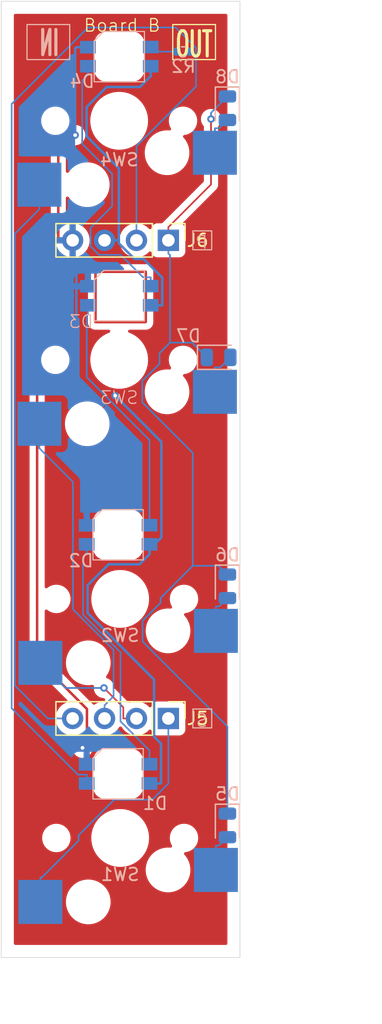
<source format=kicad_pcb>
(kicad_pcb (version 20240108) (generator "pcbnew") (generator_version "8.0")
  (layers (0 "F.Cu" signal) (31 "B.Cu" signal) (34 "B.Paste" user) (35 "F.Paste" user) (36 "B.SilkS" user "B.Silkscreen") (37 "F.SilkS" user "F.Silkscreen") (38 "B.Mask" user) (39 "F.Mask" user) (44 "Edge.Cuts" user))
  (net 0 "")
  (net 1 "Net-(D1-DOUT)")
  (net 2 "+5V")
  (net 3 "GND")
  (net 4 "Net-(D2-DOUT)")
  (net 5 "Net-(D3-DOUT)")
  (net 6 "/LED2")
  (net 7 "/SW1")
  (net 8 "/SW2")
  (net 9 "/SW3")
  (net 10 "/SW4")
  (net 11 "Net-(D5-A)")
  (net 13 "Net-(D6-A)")
  (net 14 "Net-(D7-A)")
  (net 15 "Net-(D8-A)")
  (net 16 "/COM2")
  (net 17 "Net-(D4-DOUT)")
  (footprint "Connector_PinHeader_2.54mm:PinHeader_1x04_P2.54mm_Vertical" (layer "F.Cu") (at 73.3 79 -90)
    (property "Reference" "J6" (at 0 -2.33 0) (layer "F.SilkS"))
    (property "Value" "Conn_Proxy2")
    (fp_line (start -1.33 8.95) (end 1.33 8.95) (stroke (width 0.12)) (layer "F.SilkS"))
    (fp_line (start -1.33 1.27) (end -1.33 8.95) (stroke (width 0.12)) (layer "F.SilkS"))
    (fp_line (start -1.33 1.27) (end 1.33 1.27) (stroke (width 0.12)) (layer "F.SilkS"))
    (fp_line (start 1.33 1.27) (end 1.33 8.95) (stroke (width 0.12)) (layer "F.SilkS"))
    (fp_line (start -1.33 0) (end -1.33 -1.33) (stroke (width 0.12)) (layer "F.SilkS"))
    (fp_line (start -1.33 -1.33) (end 0 -1.33) (stroke (width 0.12)) (layer "F.SilkS"))
    (pad "1" thru_hole rect (at 0 0 270) (size 1.7 1.7) (drill 1) (layers "*.Cu" "*.Mask") (net 16 "/COM2"))
    (pad "2" thru_hole oval (at 0 2.54 270) (size 1.7 1.7) (drill 1) (layers "*.Cu" "*.Mask") (net 6 "/LED2"))
    (pad "3" thru_hole oval (at 0 5.08 270) (size 1.7 1.7) (drill 1) (layers "*.Cu" "*.Mask") (net 2 "+5V"))
    (pad "4" thru_hole oval (at 0 7.62 270) (size 1.7 1.7) (drill 1) (layers "*.Cu" "*.Mask") (net 3 "GND"))
  )
  (footprint "Connector_PinHeader_2.54mm:PinHeader_1x04_P2.54mm_Vertical" (layer "F.Cu") (at 73.3 117 -90)
    (property "Reference" "J5" (at 0 -2.33 0) (layer "F.SilkS"))
    (property "Value" "Conn_Proxy1")
    (fp_line (start -1.33 8.95) (end 1.33 8.95) (stroke (width 0.12)) (layer "F.SilkS"))
    (fp_line (start -1.33 1.27) (end -1.33 8.95) (stroke (width 0.12)) (layer "F.SilkS"))
    (fp_line (start -1.33 1.27) (end 1.33 1.27) (stroke (width 0.12)) (layer "F.SilkS"))
    (fp_line (start 1.33 1.27) (end 1.33 8.95) (stroke (width 0.12)) (layer "F.SilkS"))
    (fp_line (start -1.33 0) (end -1.33 -1.33) (stroke (width 0.12)) (layer "F.SilkS"))
    (fp_line (start -1.33 -1.33) (end 0 -1.33) (stroke (width 0.12)) (layer "F.SilkS"))
    (pad "1" thru_hole rect (at 0 0 270) (size 1.7 1.7) (drill 1) (layers "*.Cu" "*.Mask") (net 7 "/SW1"))
    (pad "2" thru_hole oval (at 0 2.54 270) (size 1.7 1.7) (drill 1) (layers "*.Cu" "*.Mask") (net 8 "/SW2"))
    (pad "3" thru_hole oval (at 0 5.08 270) (size 1.7 1.7) (drill 1) (layers "*.Cu" "*.Mask") (net 9 "/SW3"))
    (pad "4" thru_hole oval (at 0 7.62 270) (size 1.7 1.7) (drill 1) (layers "*.Cu" "*.Mask") (net 10 "/SW4"))
  )
  (footprint "Library:SK6812MINIe (Reverse)" (layer "B.Cu") (at 69.396 64.4)
    (property "Reference" "D4" (at -2.948 1.962 0) (layer "B.SilkS") (effects (justify mirror)))
    (property "Value" "SK6812MINIe")
    (fp_line (start -2 -1.25) (end -2 2) (stroke (width 0.1)) (layer "B.SilkS"))
    (fp_line (start -2 2) (end 2 2) (stroke (width 0.1)) (layer "B.SilkS"))
    (fp_line (start -1.25 -2) (end -2 -1.25) (stroke (width 0.1)) (layer "B.SilkS"))
    (fp_line (start 2 -2) (end -1.25 -2) (stroke (width 0.1)) (layer "B.SilkS"))
    (fp_line (start 2 2) (end 2 -2) (stroke (width 0.1)) (layer "B.SilkS"))
    (pad "" np_thru_hole oval (at -1 0 270) (size 3.5 1.5) (drill oval 3.5 1.5) (layers "F&B.Cu" "*.Mask"))
    (pad "" np_thru_hole oval (at 0 -1 180) (size 3.5 1.5) (drill oval 3.5 1.5) (layers "F&B.Cu" "*.Mask"))
    (pad "" np_thru_hole oval (at 0 0 270) (size 3.5 1.5) (drill oval 3.5 1.5) (layers "F&B.Cu" "*.Mask"))
    (pad "" np_thru_hole oval (at 0 1 180) (size 3.5 1.5) (drill oval 3.5 1.5) (layers "F&B.Cu" "*.Mask"))
    (pad "" np_thru_hole oval (at 1 0 270) (size 3.5 1.5) (drill oval 3.5 1.5) (layers "F&B.Cu" "*.Mask"))
    (pad "1" smd rect (at 2.5 0.762) (size 1.25 1) (layers "B.Cu" "B.Paste" "B.Mask") (net 2 "+5V"))
    (pad "2" smd rect (at 2.5 -0.762) (size 1.25 1) (layers "B.Cu" "B.Paste" "B.Mask") (net 17 "Net-(D4-DOUT)"))
    (pad "3" smd rect (at -2.5 -0.75) (size 1.25 1) (layers "B.Cu" "B.Paste" "B.Mask") (net 3 "GND"))
    (pad "4" smd rect (at -2.5 0.762) (size 1.25 1) (layers "B.Cu" "B.Paste" "B.Mask") (net 5 "Net-(D3-DOUT)"))
  )
  (footprint "Diode_SMD:D_0805_2012Metric" (layer "B.Cu") (at 78 68.5 -90)
    (property "Reference" "D8" (at -2.5 0 0) (layer "B.SilkS") (effects (justify mirror)))
    (property "Value" "D")
    (fp_line (start -1.685 0.96) (end 1 0.96) (stroke (width 0.12)) (layer "B.SilkS"))
    (fp_line (start -1.685 -0.96) (end -1.685 0.96) (stroke (width 0.12)) (layer "B.SilkS"))
    (fp_line (start 1 -0.96) (end -1.685 -0.96) (stroke (width 0.12)) (layer "B.SilkS"))
    (pad "1" smd roundrect (at -0.9375 0 270) (size 0.975 1.4) (layers "B.Cu" "B.Paste" "B.Mask") (net 16 "/COM2"))
    (pad "2" smd roundrect (at 0.9375 0 270) (size 0.975 1.4) (layers "B.Cu" "B.Paste" "B.Mask") (net 15 "Net-(D8-A)"))
  )
  (footprint "Library:Keyswitch" (layer "B.Cu") (at 69.465 107.5)
    (property "Reference" "SW2" (at 0 2.9 0) (layer "B.SilkS") (effects (justify mirror)))
    (property "Value" "SW_Push")
    (pad "" np_thru_hole circle (at -5.08 0) (size 1.7526 1.7526) (drill 1.7526) (layers "F&B.Cu" "*.Mask"))
    (pad "" np_thru_hole circle (at -2.54 5.08) (size 3.05 3.05) (drill 3.05) (layers "F&B.Cu" "*.Mask"))
    (pad "" np_thru_hole circle (at 0 0) (size 4.0894 4.0894) (drill 4.0894) (layers "F&B.Cu" "*.Mask"))
    (pad "" np_thru_hole circle (at 3.81 2.54) (size 3.05 3.05) (drill 3.05) (layers "F&B.Cu" "*.Mask"))
    (pad "" np_thru_hole circle (at 5.08 0) (size 1.7526 1.7526) (drill 1.7526) (layers "F&B.Cu" "*.Mask"))
    (pad "1" smd rect (at -6.35 5.08) (size 3.5 3.5) (layers "B.Cu" "B.Paste" "B.Mask") (net 8 "/SW2"))
    (pad "2" smd rect (at 7.62 2.54) (size 3.5 3.5) (layers "B.Cu" "B.Paste" "B.Mask") (net 13 "Net-(D6-A)"))
  )
  (footprint "Library:SK6812MINIe (Reverse)" (layer "B.Cu") (at 69.396 83.4)
    (property "Reference" "D3" (at -3.048 2.062 0) (layer "B.SilkS") (effects (font (thickness 0.1)) (justify mirror)))
    (property "Value" "SK6812MINIe")
    (fp_line (start -2 -1.25) (end -2 2) (stroke (width 0.1)) (layer "B.SilkS"))
    (fp_line (start -2 2) (end 2 2) (stroke (width 0.1)) (layer "B.SilkS"))
    (fp_line (start -1.25 -2) (end -2 -1.25) (stroke (width 0.1)) (layer "B.SilkS"))
    (fp_line (start 2 -2) (end -1.25 -2) (stroke (width 0.1)) (layer "B.SilkS"))
    (fp_line (start 2 2) (end 2 -2) (stroke (width 0.1)) (layer "B.SilkS"))
    (pad "" np_thru_hole oval (at -1 0 270) (size 3.5 1.5) (drill oval 3.5 1.5) (layers "F&B.Cu" "*.Mask"))
    (pad "" np_thru_hole oval (at 0 -1 180) (size 3.5 1.5) (drill oval 3.5 1.5) (layers "F&B.Cu" "*.Mask"))
    (pad "" np_thru_hole oval (at 0 0 270) (size 3.5 1.5) (drill oval 3.5 1.5) (layers "F&B.Cu" "*.Mask"))
    (pad "" np_thru_hole oval (at 0 1 180) (size 3.5 1.5) (drill oval 3.5 1.5) (layers "F&B.Cu" "*.Mask"))
    (pad "" np_thru_hole oval (at 1 0 270) (size 3.5 1.5) (drill oval 3.5 1.5) (layers "F&B.Cu" "*.Mask"))
    (pad "1" smd rect (at 2.5 0.762) (size 1.25 1) (layers "B.Cu" "B.Paste" "B.Mask") (net 2 "+5V"))
    (pad "2" smd rect (at 2.5 -0.762) (size 1.25 1) (layers "B.Cu" "B.Paste" "B.Mask") (net 5 "Net-(D3-DOUT)"))
    (pad "3" smd rect (at -2.5 -0.75) (size 1.25 1) (layers "B.Cu" "B.Paste" "B.Mask") (net 3 "GND"))
    (pad "4" smd rect (at -2.5 0.762) (size 1.25 1) (layers "B.Cu" "B.Paste" "B.Mask") (net 4 "Net-(D2-DOUT)"))
  )
  (footprint "Library:Keyswitch" (layer "B.Cu") (at 69.385 69.5)
    (property "Reference" "SW4" (at 0.015 3.1 0) (layer "B.SilkS") (effects (justify mirror)))
    (property "Value" "SW_Push")
    (pad "" np_thru_hole circle (at -5.08 0) (size 1.7526 1.7526) (drill 1.7526) (layers "F&B.Cu" "*.Mask"))
    (pad "" np_thru_hole circle (at -2.54 5.08) (size 3.05 3.05) (drill 3.05) (layers "F&B.Cu" "*.Mask"))
    (pad "" np_thru_hole circle (at 0 0) (size 4.0894 4.0894) (drill 4.0894) (layers "F&B.Cu" "*.Mask"))
    (pad "" np_thru_hole circle (at 3.81 2.54) (size 3.05 3.05) (drill 3.05) (layers "F&B.Cu" "*.Mask"))
    (pad "" np_thru_hole circle (at 5.08 0) (size 1.7526 1.7526) (drill 1.7526) (layers "F&B.Cu" "*.Mask"))
    (pad "1" smd rect (at -6.35 5.08) (size 3.5 3.5) (layers "B.Cu" "B.Paste" "B.Mask") (net 10 "/SW4"))
    (pad "2" smd rect (at 7.62 2.54) (size 3.5 3.5) (layers "B.Cu" "B.Paste" "B.Mask") (net 15 "Net-(D8-A)"))
  )
  (footprint "Library:SK6812MINIe (Reverse)" (layer "B.Cu") (at 69.3 121.4)
    (property "Reference" "D1" (at 2.95 2.35 0) (layer "B.SilkS") (effects (justify mirror)))
    (property "Value" "SK6812MINIe")
    (fp_line (start -2 -1.25) (end -2 2) (stroke (width 0.1)) (layer "B.SilkS"))
    (fp_line (start -2 2) (end 2 2) (stroke (width 0.1)) (layer "B.SilkS"))
    (fp_line (start -1.25 -2) (end -2 -1.25) (stroke (width 0.1)) (layer "B.SilkS"))
    (fp_line (start 2 -2) (end -1.25 -2) (stroke (width 0.1)) (layer "B.SilkS"))
    (fp_line (start 2 2) (end 2 -2) (stroke (width 0.1)) (layer "B.SilkS"))
    (pad "" np_thru_hole oval (at -1 0 270) (size 3.5 1.5) (drill oval 3.5 1.5) (layers "F&B.Cu" "*.Mask"))
    (pad "" np_thru_hole oval (at 0 -1 180) (size 3.5 1.5) (drill oval 3.5 1.5) (layers "F&B.Cu" "*.Mask"))
    (pad "" np_thru_hole oval (at 0 0 270) (size 3.5 1.5) (drill oval 3.5 1.5) (layers "F&B.Cu" "*.Mask"))
    (pad "" np_thru_hole oval (at 0 1 180) (size 3.5 1.5) (drill oval 3.5 1.5) (layers "F&B.Cu" "*.Mask"))
    (pad "" np_thru_hole oval (at 1 0 270) (size 3.5 1.5) (drill oval 3.5 1.5) (layers "F&B.Cu" "*.Mask"))
    (pad "1" smd rect (at 2.5 0.762) (size 1.25 1) (layers "B.Cu" "B.Paste" "B.Mask") (net 2 "+5V"))
    (pad "2" smd rect (at 2.5 -0.762) (size 1.25 1) (layers "B.Cu" "B.Paste" "B.Mask") (net 1 "Net-(D1-DOUT)"))
    (pad "3" smd rect (at -2.5 -0.75) (size 1.25 1) (layers "B.Cu" "B.Paste" "B.Mask") (net 3 "GND"))
    (pad "4" smd rect (at -2.5 0.762) (size 1.25 1) (layers "B.Cu" "B.Paste" "B.Mask") (net 6 "/LED2"))
  )
  (footprint "Resistor_SMD:R_0402_1005Metric" (layer "B.Cu") (at 74.5 64)
    (property "Reference" "R2" (at 0 1.17 0) (layer "B.SilkS") (effects (justify mirror)))
    (property "Value" "510")
    (fp_line (start 0.153641 -0.38) (end -0.153641 -0.38) (stroke (width 0.12)) (layer "B.SilkS"))
    (fp_line (start 0.153641 0.38) (end -0.153641 0.38) (stroke (width 0.12)) (layer "B.SilkS"))
    (pad "1" smd roundrect (at -0.51 0) (size 0.54 0.64) (layers "B.Cu" "B.Paste" "B.Mask") (net 17 "Net-(D4-DOUT)"))
    (pad "2" smd roundrect (at 0.51 0) (size 0.54 0.64) (layers "B.Cu" "B.Paste" "B.Mask"))
  )
  (footprint "Library:Keyswitch" (layer "B.Cu") (at 69.385 88.5)
    (property "Reference" "SW3" (at 0 3 0) (layer "B.SilkS") (effects (font (thickness 0.1)) (justify mirror)))
    (property "Value" "SW_Push")
    (pad "" np_thru_hole circle (at -5.08 0) (size 1.7526 1.7526) (drill 1.7526) (layers "F&B.Cu" "*.Mask"))
    (pad "" np_thru_hole circle (at -2.54 5.08) (size 3.05 3.05) (drill 3.05) (layers "F&B.Cu" "*.Mask"))
    (pad "" np_thru_hole circle (at 0 0) (size 4.0894 4.0894) (drill 4.0894) (layers "F&B.Cu" "*.Mask"))
    (pad "" np_thru_hole circle (at 3.81 2.54) (size 3.05 3.05) (drill 3.05) (layers "F&B.Cu" "*.Mask"))
    (pad "" np_thru_hole circle (at 5.08 0) (size 1.7526 1.7526) (drill 1.7526) (layers "F&B.Cu" "*.Mask"))
    (pad "1" smd rect (at -6.35 5.08) (size 3.5 3.5) (layers "B.Cu" "B.Paste" "B.Mask") (net 9 "/SW3"))
    (pad "2" smd rect (at 7.62 2.54) (size 3.5 3.5) (layers "B.Cu" "B.Paste" "B.Mask") (net 14 "Net-(D7-A)"))
  )
  (footprint "Diode_SMD:D_0805_2012Metric" (layer "B.Cu") (at 78 125.5 -90)
    (property "Reference" "D5" (at -2.5 0 0) (layer "B.SilkS") (effects (justify mirror)))
    (property "Value" "D")
    (fp_line (start -1.685 0.96) (end 1 0.96) (stroke (width 0.12)) (layer "B.SilkS"))
    (fp_line (start -1.685 -0.96) (end -1.685 0.96) (stroke (width 0.12)) (layer "B.SilkS"))
    (fp_line (start 1 -0.96) (end -1.685 -0.96) (stroke (width 0.12)) (layer "B.SilkS"))
    (pad "1" smd roundrect (at -0.9375 0 270) (size 0.975 1.4) (layers "B.Cu" "B.Paste" "B.Mask") (net 16 "/COM2"))
    (pad "2" smd roundrect (at 0.9375 0 270) (size 0.975 1.4) (layers "B.Cu" "B.Paste" "B.Mask") (net 11 "Net-(D5-A)"))
  )
  (footprint "Library:Keyswitch" (layer "B.Cu") (at 69.465 126.5)
    (property "Reference" "SW1" (at 0 2.9 0) (layer "B.SilkS") (effects (justify mirror)))
    (property "Value" "SW_Push")
    (pad "" np_thru_hole circle (at -5.08 0) (size 1.7526 1.7526) (drill 1.7526) (layers "F&B.Cu" "*.Mask"))
    (pad "" np_thru_hole circle (at -2.54 5.08) (size 3.05 3.05) (drill 3.05) (layers "F&B.Cu" "*.Mask"))
    (pad "" np_thru_hole circle (at 0 0) (size 4.0894 4.0894) (drill 4.0894) (layers "F&B.Cu" "*.Mask"))
    (pad "" np_thru_hole circle (at 3.81 2.54) (size 3.05 3.05) (drill 3.05) (layers "F&B.Cu" "*.Mask"))
    (pad "" np_thru_hole circle (at 5.08 0) (size 1.7526 1.7526) (drill 1.7526) (layers "F&B.Cu" "*.Mask"))
    (pad "1" smd rect (at -6.35 5.08) (size 3.5 3.5) (layers "B.Cu" "B.Paste" "B.Mask") (net 7 "/SW1"))
    (pad "2" smd rect (at 7.62 2.54) (size 3.5 3.5) (layers "B.Cu" "B.Paste" "B.Mask") (net 11 "Net-(D5-A)"))
  )
  (footprint "Diode_SMD:D_0805_2012Metric" (layer "B.Cu") (at 78 106.5 -90)
    (property "Reference" "D6" (at -2.5 0 0) (layer "B.SilkS") (effects (justify mirror)))
    (property "Value" "D")
    (fp_line (start -1.685 0.96) (end 1 0.96) (stroke (width 0.12)) (layer "B.SilkS"))
    (fp_line (start -1.685 -0.96) (end -1.685 0.96) (stroke (width 0.12)) (layer "B.SilkS"))
    (fp_line (start 1 -0.96) (end -1.685 -0.96) (stroke (width 0.12)) (layer "B.SilkS"))
    (pad "1" smd roundrect (at -0.9375 0 270) (size 0.975 1.4) (layers "B.Cu" "B.Paste" "B.Mask") (net 16 "/COM2"))
    (pad "2" smd roundrect (at 0.9375 0 270) (size 0.975 1.4) (layers "B.Cu" "B.Paste" "B.Mask") (net 13 "Net-(D6-A)"))
  )
  (footprint "Library:SK6812MINIe (Reverse)" (layer "B.Cu") (at 69.3 102.4)
    (property "Reference" "D2" (at -2.952 2.062 0) (layer "B.SilkS") (effects (justify mirror)))
    (property "Value" "SK6812MINIe")
    (fp_line (start -2 -1.25) (end -2 2) (stroke (width 0.1)) (layer "B.SilkS"))
    (fp_line (start -2 2) (end 2 2) (stroke (width 0.1)) (layer "B.SilkS"))
    (fp_line (start -1.25 -2) (end -2 -1.25) (stroke (width 0.1)) (layer "B.SilkS"))
    (fp_line (start 2 -2) (end -1.25 -2) (stroke (width 0.1)) (layer "B.SilkS"))
    (fp_line (start 2 2) (end 2 -2) (stroke (width 0.1)) (layer "B.SilkS"))
    (pad "" np_thru_hole oval (at -1 0 270) (size 3.5 1.5) (drill oval 3.5 1.5) (layers "F&B.Cu" "*.Mask"))
    (pad "" np_thru_hole oval (at 0 -1 180) (size 3.5 1.5) (drill oval 3.5 1.5) (layers "F&B.Cu" "*.Mask"))
    (pad "" np_thru_hole oval (at 0 0 270) (size 3.5 1.5) (drill oval 3.5 1.5) (layers "F&B.Cu" "*.Mask"))
    (pad "" np_thru_hole oval (at 0 1 180) (size 3.5 1.5) (drill oval 3.5 1.5) (layers "F&B.Cu" "*.Mask"))
    (pad "" np_thru_hole oval (at 1 0 270) (size 3.5 1.5) (drill oval 3.5 1.5) (layers "F&B.Cu" "*.Mask"))
    (pad "1" smd rect (at 2.5 0.762) (size 1.25 1) (layers "B.Cu" "B.Paste" "B.Mask") (net 2 "+5V"))
    (pad "2" smd rect (at 2.5 -0.762) (size 1.25 1) (layers "B.Cu" "B.Paste" "B.Mask") (net 4 "Net-(D2-DOUT)"))
    (pad "3" smd rect (at -2.5 -0.75) (size 1.25 1) (layers "B.Cu" "B.Paste" "B.Mask") (net 3 "GND"))
    (pad "4" smd rect (at -2.5 0.762) (size 1.25 1) (layers "B.Cu" "B.Paste" "B.Mask") (net 1 "Net-(D1-DOUT)"))
  )
  (footprint "Diode_SMD:D_0805_2012Metric" (layer "B.Cu") (at 77.3 88.3)
    (property "Reference" "D7" (at -2.4 -1.7 0) (layer "B.SilkS") (effects (justify mirror)))
    (property "Value" "D")
    (fp_line (start -1.685 -0.96) (end -1.685 0.96) (stroke (width 0.12)) (layer "B.SilkS"))
    (fp_line (start -1.685 0.96) (end 1 0.96) (stroke (width 0.12)) (layer "B.SilkS"))
    (fp_line (start 1 -0.96) (end -1.685 -0.96) (stroke (width 0.12)) (layer "B.SilkS"))
    (pad "1" smd roundrect (at -0.9375 0) (size 0.975 1.4) (layers "B.Cu" "B.Paste" "B.Mask") (net 16 "/COM2"))
    (pad "2" smd roundrect (at 0.9375 0) (size 0.975 1.4) (layers "B.Cu" "B.Paste" "B.Mask") (net 14 "Net-(D7-A)"))
  )
  (gr_rect (start 67.5 81.5) (end 71.5 85.5) (stroke (width 0.2)) (fill none) (layer "F.Cu"))
  (gr_rect (start 75.25 116.25) (end 76.75 117.75) (stroke (width 0.1)) (fill none) (layer "B.SilkS"))
  (gr_rect (start 62.05 61.85) (end 65.45 64.635) (stroke (width 0.1)) (fill none) (layer "B.SilkS"))
  (gr_rect (start 75.25 78.25) (end 76.75 79.75) (stroke (width 0.1)) (fill none) (layer "B.SilkS"))
  (gr_rect (start 73.65 61.85) (end 77.05 64.635) (stroke (width 0.1)) (fill none) (layer "F.SilkS"))
  (gr_line (start 79 60) (end 79 136) (stroke (width 0.05)) (layer "Edge.Cuts"))
  (gr_line (start 60 60) (end 79 60) (stroke (width 0.05)) (layer "Edge.Cuts"))
  (gr_line (start 60 136) (end 60 60) (stroke (width 0.05)) (layer "Edge.Cuts"))
  (gr_line (start 79 136) (end 60 136) (stroke (width 0.05)) (layer "Edge.Cuts"))
  (gr_text "S" (at 76.5 117.75 0) (layer "B.SilkS") (effects (font (size 1 1) (thickness 0.1)) (justify left bottom mirror)))
  (gr_text "IN" (at 64.75 64.5 0) (layer "B.SilkS") (effects (font (size 2 1) (thickness 0.25) (bold yes)) (justify left bottom mirror)))
  (gr_text "P" (at 76.5 79.75 0) (layer "B.SilkS") (effects (font (size 1 1) (thickness 0.1)) (justify left bottom mirror)))
  (gr_text "OUT" (at 73.75 64.6 0) (layer "F.SilkS") (effects (font (size 2 1) (thickness 0.25) (bold yes)) (justify left bottom)))
  (gr_text "Board B" (at 66.5 62.5 0) (layer "F.SilkS") (effects (font (size 1 1) (thickness 0.1)) (justify left bottom)))
  (segment (start 69.49 111.7404) (end 69.49 117.2335) (width 0.13) (layer "B.Cu") (net 1))
  (segment (start 69.49 117.2335) (end 71.8 119.5435) (width 0.13) (layer "B.Cu") (net 1))
  (segment (start 66.5081 104.149) (end 66.5081 108.7585) (width 0.13) (layer "B.Cu") (net 1))
  (segment (start 66.8 103.162) (end 66.8 103.8571) (width 0.13) (layer "B.Cu") (net 1))
  (segment (start 66.8 103.8571) (end 66.5081 104.149) (width 0.13) (layer "B.Cu") (net 1))
  (segment (start 66.5081 108.7585) (end 69.49 111.7404) (width 0.13) (layer "B.Cu") (net 1))
  (segment (start 71.8 119.5435) (end 71.8 120.638) (width 0.13) (layer "B.Cu") (net 1))
  (segment (start 69.0658 91.3411) (end 68.5628 91.3411) (width 0.2) (layer "F.Cu") (net 2))
  (segment (start 66.7964 81.5637) (end 68.22 80.1401) (width 0.2) (layer "F.Cu") (net 2))
  (segment (start 68.22 79) (end 68.22 80.1401) (width 0.2) (layer "F.Cu") (net 2))
  (segment (start 66.7964 89.5747) (end 66.7964 81.5637) (width 0.2) (layer "F.Cu") (net 2))
  (segment (start 68.5628 91.3411) (end 66.7964 89.5747) (width 0.2) (layer "F.Cu") (net 2))
  (via (at 69.0658 91.3411) (size 0.6) (drill 0.3) (layers "F.Cu" "B.Cu") (net 2))
  (segment (start 71.8 103.5571) (end 71.8 103.9521) (width 0.2) (layer "B.Cu") (net 2))
  (segment (start 69.3601 73.29) (end 69.3601 79) (width 0.2) (layer "B.Cu") (net 2))
  (segment (start 71.896 65.9521) (end 71.0324 66.8157) (width 0.2) (layer "B.Cu") (net 2))
  (segment (start 71.8 103.162) (end 71.8 103.5571) (width 0.2) (layer "B.Cu") (net 2))
  (segment (start 71.896 84.162) (end 72.8111 84.162) (width 0.2) (layer "B.Cu") (net 2))
  (segment (start 69.3601 79.2362) (end 69.3601 79) (width 0.2) (layer "B.Cu") (net 2))
  (segment (start 66.8762 106.4156) (end 66.8762 108.6243) (width 0.2) (layer "B.Cu") (net 2))
  (segment (start 71.896 65.162) (end 71.896 65.9521) (width 0.2) (layer "B.Cu") (net 2))
  (segment (start 72.8111 81.9617) (end 71.3313 80.4819) (width 0.2) (layer "B.Cu") (net 2))
  (segment (start 71.8 122.162) (end 72.7151 122.162) (width 0.2) (layer "B.Cu") (net 2))
  (segment (start 72.7151 118.9939) (end 72.7151 122.162) (width 0.2) (layer "B.Cu") (net 2))
  (segment (start 71.0001 104.752) (end 68.5398 104.752) (width 0.2) (layer "B.Cu") (net 2))
  (segment (start 66.7973 68.4034) (end 66.7973 70.7272) (width 0.2) (layer "B.Cu") (net 2))
  (segment (start 72.7453 95.0206) (end 69.0658 91.3411) (width 0.2) (layer "B.Cu") (net 2))
  (segment (start 71.3313 80.4819) (end 70.6058 80.4819) (width 0.2) (layer "B.Cu") (net 2))
  (segment (start 68.385 66.8157) (end 66.7973 68.4034) (width 0.2) (layer "B.Cu") (net 2))
  (segment (start 66.7973 70.7272) (end 69.3601 73.29) (width 0.2) (layer "B.Cu") (net 2))
  (segment (start 71.8 103.5571) (end 72.7453 102.6118) (width 0.2) (layer "B.Cu") (net 2))
  (segment (start 72.8111 84.162) (end 72.8111 81.9617) (width 0.2) (layer "B.Cu") (net 2))
  (segment (start 71.8 103.9521) (end 71.0001 104.752) (width 0.2) (layer "B.Cu") (net 2))
  (segment (start 70.6058 80.4819) (end 69.3601 79.2362) (width 0.2) (layer "B.Cu") (net 2))
  (segment (start 66.8762 108.6243) (end 72.1598 113.9079) (width 0.2) (layer "B.Cu") (net 2))
  (segment (start 72.1598 113.9079) (end 72.1598 118.4386) (width 0.2) (layer "B.Cu") (net 2))
  (segment (start 72.7453 102.6118) (end 72.7453 95.0206) (width 0.2) (layer "B.Cu") (net 2))
  (segment (start 68.22 79) (end 69.3601 79) (width 0.2) (layer "B.Cu") (net 2))
  (segment (start 72.1598 118.4386) (end 72.7151 118.9939) (width 0.2) (layer "B.Cu") (net 2))
  (segment (start 71.0324 66.8157) (end 68.385 66.8157) (width 0.2) (layer "B.Cu") (net 2))
  (segment (start 68.5398 104.752) (end 66.8762 106.4156) (width 0.2) (layer "B.Cu") (net 2))
  (segment (start 66.8202 116.2502) (end 62.8543 112.2843) (width 0.2) (layer "F.Cu") (net 3))
  (segment (start 62.8543 112.2843) (end 62.8543 80.6856) (width 0.2) (layer "F.Cu") (net 3))
  (segment (start 65.68 79) (end 64.5399 79) (width 0.2) (layer "F.Cu") (net 3))
  (segment (start 64.5399 79) (end 64.5399 71.9782) (width 0.2) (layer "F.Cu") (net 3))
  (segment (start 62.8543 80.6856) (end 64.5399 79) (width 0.2) (layer "F.Cu") (net 3))
  (segment (start 64.5399 71.9782) (end 65.8813 70.6368) (width 0.2) (layer "F.Cu") (net 3))
  (segment (start 66.8202 118.9805) (end 66.8202 116.2502) (width 0.2) (layer "F.Cu") (net 3))
  (segment (start 66.4677 119.333) (end 66.8202 118.9805) (width 0.2) (layer "F.Cu") (net 3))
  (via (at 66.4677 119.333) (size 0.6) (drill 0.3) (layers "F.Cu" "B.Cu") (net 3))
  (via (at 65.8813 70.6368) (size 0.6) (drill 0.3) (layers "F.Cu" "B.Cu") (net 3))
  (segment (start 66.896 82.65) (end 65.9809 82.65) (width 0.2) (layer "B.Cu") (net 3))
  (segment (start 66.896 63.65) (end 65.9809 63.65) (width 0.2) (layer "B.Cu") (net 3))
  (segment (start 65.8813 70.6368) (end 65.8813 63.7496) (width 0.2) (layer "B.Cu") (net 3))
  (segment (start 65.8813 63.7496) (end 65.9809 63.65) (width 0.2) (layer "B.Cu") (net 3))
  (segment (start 65.68 79) (end 65.68 80.1401) (width 0.2) (layer "B.Cu") (net 3))
  (segment (start 68.9386 92.6973) (end 65.9809 89.7396) (width 0.2) (layer "B.Cu") (net 3))
  (segment (start 66.8 101.65) (end 66.8 96.7624) (width 0.2) (layer "B.Cu") (net 3))
  (segment (start 65.68 80.1401) (end 65.9809 80.441) (width 0.2) (layer "B.Cu") (net 3))
  (segment (start 65.9809 89.7396) (end 65.9809 82.65) (width 0.2) (layer "B.Cu") (net 3))
  (segment (start 66.8 96.7624) (end 68.9386 94.6238) (width 0.2) (layer "B.Cu") (net 3))
  (segment (start 68.9386 94.6238) (end 68.9386 92.6973) (width 0.2) (layer "B.Cu") (net 3))
  (segment (start 65.9809 80.441) (end 65.9809 82.65) (width 0.2) (layer "B.Cu") (net 3))
  (segment (start 66.4677 119.333) (end 66.8 119.6653) (width 0.2) (layer "B.Cu") (net 3))
  (segment (start 66.8 119.6653) (end 66.8 120.65) (width 0.2) (layer "B.Cu") (net 3))
  (segment (start 66.896 84.162) (end 66.896 84.8571) (width 0.13) (layer "B.Cu") (net 4))
  (segment (start 71.8 101.638) (end 71.8 94.8765) (width 0.13) (layer "B.Cu") (net 4))
  (segment (start 66.8029 84.9502) (end 66.896 84.8571) (width 0.13) (layer "B.Cu") (net 4))
  (segment (start 66.8029 89.8794) (end 66.8029 84.9502) (width 0.13) (layer "B.Cu") (net 4))
  (segment (start 71.8 94.8765) (end 66.8029 89.8794) (width 0.13) (layer "B.Cu") (net 4))
  (segment (start 66.4421 71.3263) (end 66.4421 66.311) (width 0.13) (layer "B.Cu") (net 5))
  (segment (start 67.1068 78.0086) (end 68.8235 76.2919) (width 0.13) (layer "B.Cu") (net 5))
  (segment (start 71.896 82.638) (end 71.896 81.9429) (width 0.13) (layer "B.Cu") (net 5))
  (segment (start 67.786 80.1562) (end 67.1068 79.477) (width 0.13) (layer "B.Cu") (net 5))
  (segment (start 69.5051 80.1562) (end 67.786 80.1562) (width 0.13) (layer "B.Cu") (net 5))
  (segment (start 68.8235 73.7077) (end 66.4421 71.3263) (width 0.13) (layer "B.Cu") (net 5))
  (segment (start 66.896 65.162) (end 66.896 65.8571) (width 0.13) (layer "B.Cu") (net 5))
  (segment (start 67.1068 79.477) (end 67.1068 78.0086) (width 0.13) (layer "B.Cu") (net 5))
  (segment (start 68.8235 76.2919) (end 68.8235 73.7077) (width 0.13) (layer "B.Cu") (net 5))
  (segment (start 71.2918 81.9429) (end 69.5051 80.1562) (width 0.13) (layer "B.Cu") (net 5))
  (segment (start 71.896 81.9429) (end 71.2918 81.9429) (width 0.13) (layer "B.Cu") (net 5))
  (segment (start 66.4421 66.311) (end 66.896 65.8571) (width 0.13) (layer "B.Cu") (net 5))
  (segment (start 66.1049 121.4669) (end 60.8264 116.1884) (width 0.13) (layer "B.Cu") (net 6))
  (segment (start 66.8 122.162) (end 66.8 121.4669) (width 0.13) (layer "B.Cu") (net 6))
  (segment (start 75.5 66.780247) (end 70.76 71.520247) (width 0.13) (layer "B.Cu") (net 6))
  (segment (start 60.8264 116.1884) (end 60.8264 68.1682) (width 0.13) (layer "B.Cu") (net 6))
  (segment (start 73.885432 62.085) (end 75.5 63.699568) (width 0.13) (layer "B.Cu") (net 6))
  (segment (start 66.9096 62.085) (end 73.885432 62.085) (width 0.13) (layer "B.Cu") (net 6))
  (segment (start 66.8 121.4669) (end 66.1049 121.4669) (width 0.13) (layer "B.Cu") (net 6))
  (segment (start 75.5 63.699568) (end 75.5 66.780247) (width 0.13) (layer "B.Cu") (net 6))
  (segment (start 70.76 71.520247) (end 70.76 79) (width 0.13) (layer "B.Cu") (net 6))
  (segment (start 60.8264 68.1682) (end 66.9096 62.085) (width 0.13) (layer "B.Cu") (net 6))
  (segment (start 63.2366 129.6349) (end 66.1546 126.7169) (width 0.13) (layer "B.Cu") (net 7))
  (segment (start 73.3 122.1719) (end 73.3 117) (width 0.13) (layer "B.Cu") (net 7))
  (segment (start 63.115 131.58) (end 63.115 129.6349) (width 0.13) (layer "B.Cu") (net 7))
  (segment (start 63.115 129.6349) (end 63.2366 129.6349) (width 0.13) (layer "B.Cu") (net 7))
  (segment (start 66.1546 126.2881) (end 68.9823 123.4604) (width 0.13) (layer "B.Cu") (net 7))
  (segment (start 66.1546 126.7169) (end 66.1546 126.2881) (width 0.13) (layer "B.Cu") (net 7))
  (segment (start 72.0115 123.4604) (end 73.3 122.1719) (width 0.13) (layer "B.Cu") (net 7))
  (segment (start 68.9823 123.4604) (end 72.0115 123.4604) (width 0.13) (layer "B.Cu") (net 7))
  (segment (start 69.7149 116.1193) (end 69.7149 117) (width 0.13) (layer "F.Cu") (net 8))
  (segment (start 68.1726 114.577) (end 69.7149 116.1193) (width 0.13) (layer "F.Cu") (net 8))
  (segment (start 70.76 117) (end 69.7149 117) (width 0.13) (layer "F.Cu") (net 8))
  (via (at 68.1726 114.577) (size 0.6) (drill 0.3) (layers "F.Cu" "B.Cu") (net 8))
  (segment (start 63.115 112.58) (end 65.112 114.577) (width 0.13) (layer "B.Cu") (net 8))
  (segment (start 65.112 114.577) (end 68.1726 114.577) (width 0.13) (layer "B.Cu") (net 8))
  (segment (start 65.7064 98.1965) (end 65.7064 108.3247) (width 0.13) (layer "B.Cu") (net 9))
  (segment (start 65.7064 108.3247) (end 68.9382 111.5565) (width 0.13) (layer "B.Cu") (net 9))
  (segment (start 68.9382 111.5565) (end 68.9382 115.2367) (width 0.13) (layer "B.Cu") (net 9))
  (segment (start 63.035 95.5251) (end 65.7064 98.1965) (width 0.13) (layer "B.Cu") (net 9))
  (segment (start 68.22 117) (end 68.22 115.9549) (width 0.13) (layer "B.Cu") (net 9))
  (segment (start 63.035 93.58) (end 63.035 95.5251) (width 0.13) (layer "B.Cu") (net 9))
  (segment (start 68.9382 115.2367) (end 68.22 115.9549) (width 0.13) (layer "B.Cu") (net 9))
  (segment (start 61.0898 78.4703) (end 61.0898 114.3821) (width 0.13) (layer "B.Cu") (net 10))
  (segment (start 63.035 74.58) (end 63.035 76.5251) (width 0.13) (layer "B.Cu") (net 10))
  (segment (start 63.035 76.5251) (end 61.0898 78.4703) (width 0.13) (layer "B.Cu") (net 10))
  (segment (start 63.7077 117) (end 65.68 117) (width 0.13) (layer "B.Cu") (net 10))
  (segment (start 61.0898 114.3821) (end 63.7077 117) (width 0.13) (layer "B.Cu") (net 10))
  (segment (start 77.085 129.04) (end 77.085 127.0949) (width 0.13) (layer "B.Cu") (net 11))
  (segment (start 77.3426 127.0949) (end 78 126.4375) (width 0.13) (layer "B.Cu") (net 11))
  (segment (start 77.085 127.0949) (end 77.3426 127.0949) (width 0.13) (layer "B.Cu") (net 11))
  (segment (start 77.3426 108.0949) (end 78 107.4375) (width 0.13) (layer "B.Cu") (net 13))
  (segment (start 77.085 110.04) (end 77.085 108.0949) (width 0.13) (layer "B.Cu") (net 13))
  (segment (start 77.085 108.0949) (end 77.3426 108.0949) (width 0.13) (layer "B.Cu") (net 13))
  (segment (start 77.4426 89.0949) (end 77.005 89.0949) (width 0.13) (layer "B.Cu") (net 14))
  (segment (start 77.005 91.04) (end 77.005 89.0949) (width 0.13) (layer "B.Cu") (net 14))
  (segment (start 78.2375 88.3) (end 77.4426 89.0949) (width 0.13) (layer "B.Cu") (net 14))
  (segment (start 77.005 70.0949) (end 77.3426 70.0949) (width 0.13) (layer "B.Cu") (net 15))
  (segment (start 77.005 72.04) (end 77.005 70.0949) (width 0.13) (layer "B.Cu") (net 15))
  (segment (start 77.3426 70.0949) (end 78 69.4375) (width 0.13) (layer "B.Cu") (net 15))
  (segment (start 73.3 77.9549) (end 76.6945 74.5604) (width 0.13) (layer "F.Cu") (net 16))
  (segment (start 73.3 79) (end 73.3 77.9549) (width 0.13) (layer "F.Cu") (net 16))
  (segment (start 76.6945 74.5604) (end 76.6945 69.3612) (width 0.13) (layer "F.Cu") (net 16))
  (via (at 76.6945 69.3612) (size 0.6) (drill 0.3) (layers "F.Cu" "B.Cu") (net 16))
  (segment (start 76.6945 69.3612) (end 76.6945 68.868) (width 0.13) (layer "B.Cu") (net 16))
  (segment (start 73.4301 87.1322) (end 73.4301 80.1752) (width 0.13) (layer "B.Cu") (net 16))
  (segment (start 72.6813 107.8048) (end 71.248 109.2381) (width 0.13) (layer "B.Cu") (net 16))
  (segment (start 76.3625 88.3) (end 75.1947 87.1322) (width 0.13) (layer "B.Cu") (net 16))
  (segment (start 71.248 109.2381) (end 71.248 110.8843) (width 0.13) (layer "B.Cu") (net 16))
  (segment (start 73.4301 87.1322) (end 72.6013 87.961) (width 0.13) (layer "B.Cu") (net 16))
  (segment (start 73.4301 80.1752) (end 73.3 80.0451) (width 0.13) (layer "B.Cu") (net 16))
  (segment (start 71.2211 91.8746) (end 75.2418 95.8953) (width 0.13) (layer "B.Cu") (net 16))
  (segment (start 75.2418 95.8953) (end 75.2418 104.8662) (width 0.13) (layer "B.Cu") (net 16))
  (segment (start 71.248 110.8843) (end 78 117.6363) (width 0.13) (layer "B.Cu") (net 16))
  (segment (start 77.3037 104.8662) (end 75.2418 104.8662) (width 0.13) (layer "B.Cu") (net 16))
  (segment (start 75.1947 87.1322) (end 73.4301 87.1322) (width 0.13) (layer "B.Cu") (net 16))
  (segment (start 78 105.5625) (end 77.3037 104.8662) (width 0.13) (layer "B.Cu") (net 16))
  (segment (start 71.2211 90.185) (end 71.2211 91.8746) (width 0.13) (layer "B.Cu") (net 16))
  (segment (start 72.6013 88.8048) (end 71.2211 90.185) (width 0.13) (layer "B.Cu") (net 16))
  (segment (start 78 117.6363) (end 78 124.5625) (width 0.13) (layer "B.Cu") (net 16))
  (segment (start 76.6945 68.868) (end 78 67.5625) (width 0.13) (layer "B.Cu") (net 16))
  (segment (start 72.6013 87.961) (end 72.6013 88.8048) (width 0.13) (layer "B.Cu") (net 16))
  (segment (start 73.3 79) (end 73.3 80.0451) (width 0.13) (layer "B.Cu") (net 16))
  (segment (start 72.6813 107.4267) (end 72.6813 107.8048) (width 0.13) (layer "B.Cu") (net 16))
  (segment (start 75.2418 104.8662) (end 72.6813 107.4267) (width 0.13) (layer "B.Cu") (net 16))
  (segment (start 73.99 64) (end 72.258 64) (width 0.13) (layer "B.Cu") (net 17))
  (segment (start 72.258 64) (end 71.896 63.638) (width 0.13) (layer "B.Cu") (net 17))
  (zone (net 2) (net_name "+5V") (layer "F.Cu") (connect_pads yes (clearance 0.5)) (min_thickness 0.25) (fill yes (thermal_gap 0.5) (thermal_bridge_width 0.5))
    (polygon (pts (xy 78 135) (xy 78 61) (xy 61 61) (xy 61 135)))
  )
  (zone (net 3) (net_name "GND") (layer "B.Cu") (priority 1) (connect_pads (clearance 0.5)) (min_thickness 0.25) (fill yes (thermal_gap 0.5) (thermal_bridge_width 0.5))
    (polygon (pts (xy 78 135) (xy 78 61) (xy 61 61) (xy 61 135)))
  )
)
</source>
